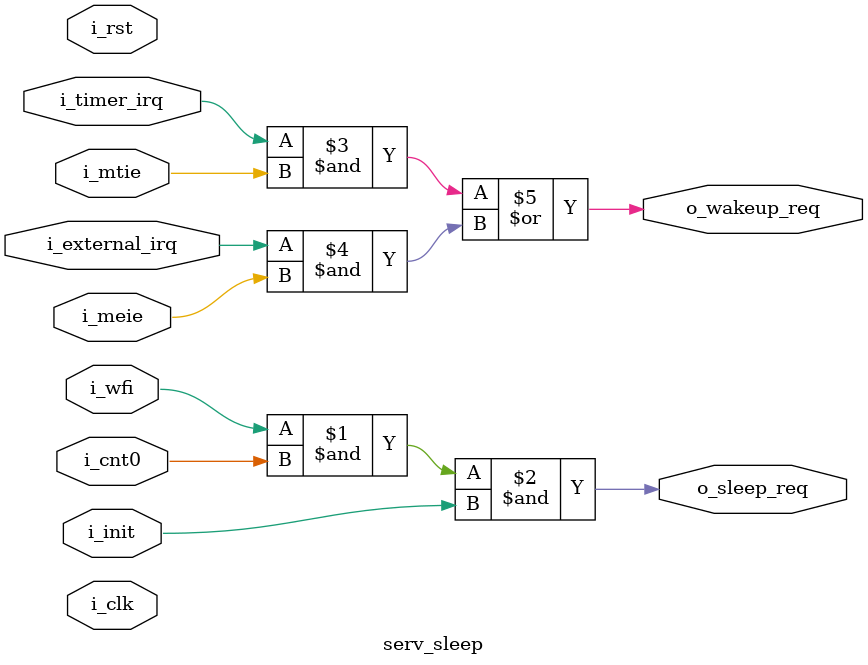
<source format=v>
`default_nettype none
module serv_sleep
   (
    input wire  i_clk,
    input wire  i_rst,
    input wire  i_timer_irq,
    input wire  i_external_irq,
    input wire  i_cnt0,
    input wire  i_wfi,
    input wire  i_init,
    input wire  i_mtie,
    input wire  i_meie,

    output wire o_sleep_req,
    output wire o_wakeup_req);

   assign o_sleep_req = i_wfi & i_cnt0 & i_init;
   assign o_wakeup_req = (i_timer_irq & i_mtie) | (i_external_irq & i_meie);

endmodule

</source>
